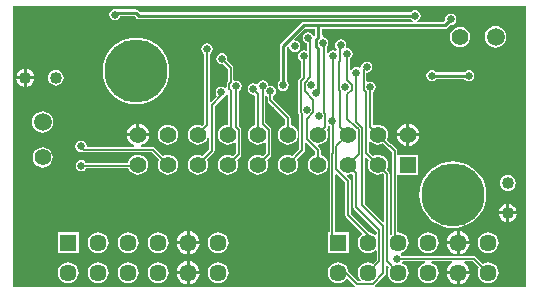
<source format=gbl>
%FSLAX25Y25*%
%MOIN*%
G70*
G01*
G75*
G04 Layer_Physical_Order=4*
G04 Layer_Color=16711680*
%ADD10R,0.03347X0.03150*%
%ADD11R,0.03150X0.03347*%
%ADD12R,0.03937X0.03150*%
%ADD13R,0.03937X0.05906*%
%ADD14R,0.03150X0.03937*%
%ADD15R,0.05906X0.03937*%
%ADD16R,0.04528X0.02362*%
G04:AMPARAMS|DCode=17|XSize=11.81mil|YSize=47.24mil|CornerRadius=2.95mil|HoleSize=0mil|Usage=FLASHONLY|Rotation=180.000|XOffset=0mil|YOffset=0mil|HoleType=Round|Shape=RoundedRectangle|*
%AMROUNDEDRECTD17*
21,1,0.01181,0.04134,0,0,180.0*
21,1,0.00591,0.04724,0,0,180.0*
1,1,0.00591,-0.00295,0.02067*
1,1,0.00591,0.00295,0.02067*
1,1,0.00591,0.00295,-0.02067*
1,1,0.00591,-0.00295,-0.02067*
%
%ADD17ROUNDEDRECTD17*%
G04:AMPARAMS|DCode=18|XSize=94.49mil|YSize=94.49mil|CornerRadius=23.62mil|HoleSize=0mil|Usage=FLASHONLY|Rotation=180.000|XOffset=0mil|YOffset=0mil|HoleType=Round|Shape=RoundedRectangle|*
%AMROUNDEDRECTD18*
21,1,0.09449,0.04724,0,0,180.0*
21,1,0.04724,0.09449,0,0,180.0*
1,1,0.04724,-0.02362,0.02362*
1,1,0.04724,0.02362,0.02362*
1,1,0.04724,0.02362,-0.02362*
1,1,0.04724,-0.02362,-0.02362*
%
%ADD18ROUNDEDRECTD18*%
%ADD19R,0.03543X0.04921*%
%ADD20C,0.00600*%
%ADD21C,0.01000*%
%ADD22C,0.01400*%
%ADD23C,0.05500*%
%ADD24R,0.05500X0.05500*%
%ADD25R,0.05700X0.05700*%
%ADD26C,0.05700*%
%ADD27C,0.05512*%
%ADD28C,0.05906*%
%ADD29C,0.21000*%
%ADD30C,0.04000*%
%ADD31C,0.02500*%
%ADD32C,0.02700*%
G36*
X104425Y-27354D02*
X104105Y-28126D01*
X103990Y-29000D01*
X104105Y-29875D01*
X104443Y-30689D01*
X104980Y-31389D01*
X105680Y-31926D01*
X106495Y-32264D01*
X107369Y-32379D01*
X108244Y-32264D01*
X109016Y-31944D01*
X109502Y-32430D01*
Y-47781D01*
X109040Y-47973D01*
X103137Y-42070D01*
Y-26719D01*
X103599Y-26527D01*
X104425Y-27354D01*
D02*
G37*
G36*
X99252Y-32296D02*
Y-43197D01*
X99252Y-43197D01*
X99252D01*
X99322Y-43548D01*
X99520Y-43846D01*
X107002Y-51327D01*
Y-52259D01*
X106553Y-52481D01*
X105909Y-51986D01*
X105070Y-51639D01*
X104535Y-51568D01*
X98387Y-45420D01*
Y-34615D01*
X98329Y-34323D01*
X98317Y-34264D01*
X98118Y-33967D01*
X96953Y-32802D01*
X97174Y-32353D01*
X97369Y-32379D01*
X98244Y-32264D01*
X98836Y-32019D01*
X99252Y-32296D01*
D02*
G37*
G36*
X156774Y-69774D02*
X106649D01*
X106458Y-69312D01*
X109868Y-65902D01*
X110067Y-65605D01*
X110137Y-65253D01*
X110137Y-65253D01*
X110137Y-65253D01*
Y-65253D01*
Y-62919D01*
X110599Y-62727D01*
X111149Y-63277D01*
X110808Y-64099D01*
X110689Y-65000D01*
X110808Y-65901D01*
X111156Y-66740D01*
X111709Y-67461D01*
X112429Y-68014D01*
X113269Y-68361D01*
X114169Y-68480D01*
X115070Y-68361D01*
X115909Y-68014D01*
X116630Y-67461D01*
X117183Y-66740D01*
X117531Y-65901D01*
X117649Y-65000D01*
X117531Y-64099D01*
X117183Y-63260D01*
X116630Y-62539D01*
X115909Y-61986D01*
X115481Y-61809D01*
X115424Y-61619D01*
X115722Y-61218D01*
X123004D01*
X123101Y-61708D01*
X122429Y-61986D01*
X121709Y-62539D01*
X121156Y-63260D01*
X120808Y-64099D01*
X120689Y-65000D01*
X120808Y-65901D01*
X121156Y-66740D01*
X121709Y-67461D01*
X122429Y-68014D01*
X123269Y-68361D01*
X124169Y-68480D01*
X125070Y-68361D01*
X125909Y-68014D01*
X126630Y-67461D01*
X127183Y-66740D01*
X127531Y-65901D01*
X127649Y-65000D01*
X127531Y-64099D01*
X127183Y-63260D01*
X126630Y-62539D01*
X125909Y-61986D01*
X125237Y-61708D01*
X125335Y-61218D01*
X131997D01*
X132157Y-61691D01*
X131423Y-62254D01*
X130806Y-63058D01*
X130418Y-63995D01*
X130352Y-64500D01*
X137987D01*
X137920Y-63995D01*
X137532Y-63058D01*
X136915Y-62254D01*
X136181Y-61691D01*
X136342Y-61218D01*
X139089D01*
X141149Y-63277D01*
X140808Y-64099D01*
X140690Y-65000D01*
X140808Y-65901D01*
X141156Y-66740D01*
X141709Y-67461D01*
X142429Y-68014D01*
X143269Y-68361D01*
X144169Y-68480D01*
X145070Y-68361D01*
X145909Y-68014D01*
X146630Y-67461D01*
X147183Y-66740D01*
X147530Y-65901D01*
X147649Y-65000D01*
X147530Y-64099D01*
X147183Y-63260D01*
X146630Y-62539D01*
X145909Y-61986D01*
X145070Y-61639D01*
X144169Y-61520D01*
X143269Y-61639D01*
X142446Y-61979D01*
X140118Y-59651D01*
X139821Y-59452D01*
X139469Y-59382D01*
X115412D01*
X115134Y-58966D01*
X114984Y-58866D01*
X115045Y-58370D01*
X115070Y-58361D01*
X115070D01*
X115070Y-58361D01*
X115909Y-58014D01*
X116630Y-57461D01*
X117183Y-56740D01*
X117531Y-55901D01*
X117649Y-55000D01*
X117531Y-54099D01*
X117183Y-53260D01*
X116630Y-52539D01*
X115909Y-51986D01*
X115070Y-51639D01*
X114169Y-51520D01*
X113887Y-51273D01*
Y-32350D01*
X113887D01*
X114019D01*
X114241Y-32350D01*
X114241Y-32350D01*
Y-32350D01*
X120719D01*
Y-25650D01*
X114241D01*
X114241Y-25650D01*
Y-25650D01*
X114019Y-25650D01*
X113887Y-25518D01*
Y-24300D01*
X113817Y-23949D01*
X113618Y-23651D01*
X112218Y-22251D01*
X111920Y-22052D01*
X111669Y-22002D01*
X110313Y-20646D01*
X110633Y-19874D01*
X110748Y-19000D01*
X110633Y-18125D01*
X110295Y-17311D01*
X109758Y-16611D01*
X109059Y-16074D01*
X108244Y-15736D01*
X107369Y-15621D01*
X106495Y-15736D01*
X106103Y-15899D01*
X105687Y-15621D01*
Y-4812D01*
X106103Y-4534D01*
X106512Y-3922D01*
X106656Y-3200D01*
X106512Y-2478D01*
X106103Y-1866D01*
X105491Y-1457D01*
X104769Y-1314D01*
X104048Y-1457D01*
X103978Y-1504D01*
X103537Y-1268D01*
Y1497D01*
X103654Y1593D01*
X104375Y1736D01*
X104987Y2145D01*
X105396Y2757D01*
X105540Y3479D01*
X105396Y4201D01*
X104987Y4813D01*
X104375Y5222D01*
X103654Y5365D01*
X102932Y5222D01*
X102320Y4813D01*
X101911Y4201D01*
X101767Y3479D01*
X101127Y3352D01*
X100991Y3443D01*
X100269Y3586D01*
X99547Y3443D01*
X98936Y3034D01*
X98565Y2480D01*
X98087Y2625D01*
Y6388D01*
X98503Y6666D01*
X98912Y7278D01*
X99055Y8000D01*
X98912Y8722D01*
X98503Y9334D01*
X97891Y9743D01*
X97169Y9886D01*
X97154Y9883D01*
X96866Y10075D01*
X96720Y10221D01*
X96855Y10900D01*
X96712Y11622D01*
X96303Y12234D01*
X95691Y12643D01*
X94969Y12786D01*
X94248Y12643D01*
X93635Y12234D01*
X93227Y11622D01*
X93083Y10900D01*
X93227Y10178D01*
X93635Y9566D01*
X93702Y9132D01*
X93261Y8896D01*
X93191Y8943D01*
X92469Y9086D01*
X91747Y8943D01*
X91136Y8534D01*
X90865Y8129D01*
X90387Y8275D01*
Y10392D01*
X90712Y10878D01*
X90855Y11600D01*
X90712Y12322D01*
X90303Y12934D01*
X89691Y13343D01*
X88969Y13486D01*
X88681Y14935D01*
Y16278D01*
X129669D01*
X129669Y16278D01*
X130098Y16364D01*
X130462Y16607D01*
X131419Y17564D01*
X131669Y17514D01*
X132391Y17657D01*
X133003Y18066D01*
X133412Y18678D01*
X133555Y19400D01*
X133412Y20122D01*
X133003Y20734D01*
X132391Y21143D01*
X131669Y21286D01*
X130947Y21143D01*
X130335Y20734D01*
X129927Y20122D01*
X129783Y19400D01*
X129833Y19150D01*
X129205Y18521D01*
X120700D01*
X120555Y19000D01*
X121103Y19366D01*
X121512Y19978D01*
X121655Y20700D01*
X121512Y21422D01*
X121103Y22034D01*
X120491Y22443D01*
X119769Y22586D01*
X119047Y22443D01*
X118436Y22034D01*
X118294Y21822D01*
X28134D01*
X27562Y22393D01*
X27198Y22636D01*
X26769Y22722D01*
X26769Y22722D01*
X20453D01*
X20422Y22743D01*
X19700Y22886D01*
X18978Y22743D01*
X18366Y22334D01*
X17957Y21722D01*
X17814Y21000D01*
X17957Y20278D01*
X18366Y19666D01*
X18978Y19257D01*
X19700Y19114D01*
X20422Y19257D01*
X21034Y19666D01*
X21443Y20278D01*
X21483Y20479D01*
X26305D01*
X26876Y19907D01*
X26876Y19907D01*
X27240Y19664D01*
X27240Y19664D01*
X27240Y19664D01*
D01*
X27240Y19664D01*
X27240Y19664D01*
X27669Y19579D01*
X118294D01*
X118436Y19366D01*
X118984Y19000D01*
X118838Y18521D01*
X87205D01*
X87205Y18522D01*
X87205Y18521D01*
X82669D01*
X82240Y18436D01*
X81876Y18193D01*
X81876Y18193D01*
X75076Y11393D01*
X74833Y11029D01*
X74748Y10600D01*
X74748Y10600D01*
Y-1124D01*
X74536Y-1266D01*
X74127Y-1878D01*
X73983Y-2600D01*
X74127Y-3322D01*
X74536Y-3934D01*
X75147Y-4343D01*
X75869Y-4486D01*
X76591Y-4343D01*
X77203Y-3934D01*
X77612Y-3322D01*
X77755Y-2600D01*
X77612Y-1878D01*
X77203Y-1266D01*
X76991Y-1124D01*
Y10135D01*
X77320Y10465D01*
X77799Y10320D01*
X77927Y9678D01*
X78335Y9066D01*
X78948Y8657D01*
X79669Y8514D01*
X80391Y8657D01*
X81003Y9066D01*
X81412Y9678D01*
X81555Y10400D01*
X81412Y11122D01*
X81003Y11734D01*
X80391Y12143D01*
X79749Y12270D01*
X79604Y12749D01*
X83134Y16278D01*
X86438D01*
Y14145D01*
X85960Y14000D01*
X85603Y14534D01*
X84991Y14943D01*
X84269Y15086D01*
X83548Y14943D01*
X82936Y14534D01*
X82527Y13922D01*
X82383Y13200D01*
X82527Y12478D01*
X82936Y11866D01*
X83548Y11457D01*
X83902Y11387D01*
Y9132D01*
X83461Y8896D01*
X83391Y8943D01*
X82669Y9086D01*
X81947Y8943D01*
X81336Y8534D01*
X80927Y7922D01*
X80783Y7200D01*
X80927Y6478D01*
X81336Y5866D01*
X81752Y5588D01*
Y173D01*
X80970Y-608D01*
X80771Y-906D01*
X80702Y-1257D01*
Y-11550D01*
X80702Y-11550D01*
X80702D01*
X80771Y-11902D01*
X80970Y-12199D01*
X81252Y-12481D01*
Y-23820D01*
X79016Y-26056D01*
X78244Y-25736D01*
X77369Y-25621D01*
X76495Y-25736D01*
X75680Y-26074D01*
X74980Y-26611D01*
X74443Y-27310D01*
X74106Y-28126D01*
X73990Y-29000D01*
X74106Y-29875D01*
X74443Y-30689D01*
X74980Y-31389D01*
X75680Y-31926D01*
X76495Y-32264D01*
X77369Y-32379D01*
X78244Y-32264D01*
X79059Y-31926D01*
X79759Y-31389D01*
X80295Y-30689D01*
X80633Y-29875D01*
X80748Y-29000D01*
X80633Y-28126D01*
X80313Y-27354D01*
X82818Y-24849D01*
X83017Y-24551D01*
X83087Y-24200D01*
X83087Y-24200D01*
X83087Y-24200D01*
Y-24200D01*
Y-21831D01*
X83549Y-21639D01*
X86452Y-24542D01*
Y-25754D01*
X85680Y-26074D01*
X84980Y-26611D01*
X84443Y-27310D01*
X84105Y-28126D01*
X83990Y-29000D01*
X84105Y-29875D01*
X84443Y-30689D01*
X84980Y-31389D01*
X85680Y-31926D01*
X86495Y-32264D01*
X87369Y-32379D01*
X88244Y-32264D01*
X89059Y-31926D01*
X89758Y-31389D01*
X90295Y-30689D01*
X90633Y-29875D01*
X90748Y-29000D01*
X90633Y-28126D01*
X90295Y-27310D01*
X89758Y-26611D01*
X89059Y-26074D01*
X88287Y-25754D01*
Y-24162D01*
X88217Y-23811D01*
X88018Y-23513D01*
X87340Y-22835D01*
X87501Y-22362D01*
X88244Y-22264D01*
X89059Y-21926D01*
X89758Y-21389D01*
X90295Y-20689D01*
X90633Y-19874D01*
X90748Y-19000D01*
X90633Y-18125D01*
X90313Y-17354D01*
X90468Y-17199D01*
X90667Y-16901D01*
X90679Y-16843D01*
X90737Y-16550D01*
Y-16131D01*
X90983Y-16000D01*
X91412Y-16257D01*
Y-24781D01*
X91352Y-25082D01*
Y-51550D01*
X90719D01*
Y-58450D01*
X97619D01*
Y-51550D01*
X93187D01*
Y-32284D01*
X93649Y-32093D01*
X96552Y-34995D01*
Y-45800D01*
X96622Y-46151D01*
X96820Y-46449D01*
X102121Y-51749D01*
X102088Y-52248D01*
X101709Y-52539D01*
X101156Y-53260D01*
X100808Y-54099D01*
X100689Y-55000D01*
X100808Y-55901D01*
X101156Y-56740D01*
X101709Y-57461D01*
X102429Y-58014D01*
X103269Y-58361D01*
X104169Y-58480D01*
X105070Y-58361D01*
X105909Y-58014D01*
X106553Y-57519D01*
X107002Y-57740D01*
Y-60870D01*
X105892Y-61979D01*
X105070Y-61639D01*
X104169Y-61520D01*
X103269Y-61639D01*
X102429Y-61986D01*
X101709Y-62539D01*
X101156Y-63260D01*
X100808Y-64099D01*
X100689Y-65000D01*
X100808Y-65901D01*
X101156Y-66740D01*
X101650Y-67384D01*
X101429Y-67832D01*
X100799D01*
X97601Y-64634D01*
X97531Y-64099D01*
X97183Y-63260D01*
X96630Y-62539D01*
X95909Y-61986D01*
X95070Y-61639D01*
X94169Y-61520D01*
X93269Y-61639D01*
X92429Y-61986D01*
X91709Y-62539D01*
X91156Y-63260D01*
X90808Y-64099D01*
X90689Y-65000D01*
X90808Y-65901D01*
X91156Y-66740D01*
X91709Y-67461D01*
X92429Y-68014D01*
X93269Y-68361D01*
X94169Y-68480D01*
X95070Y-68361D01*
X95909Y-68014D01*
X96630Y-67461D01*
X96921Y-67081D01*
X97420Y-67048D01*
X99684Y-69312D01*
X99492Y-69774D01*
X-14274D01*
Y23774D01*
X156774D01*
Y-69774D01*
D02*
G37*
G36*
X104980Y-21389D02*
X105680Y-21926D01*
X106495Y-22264D01*
X107369Y-22379D01*
X108244Y-22264D01*
X109016Y-21944D01*
X110620Y-23549D01*
X110918Y-23748D01*
X110976Y-23759D01*
X111169Y-23798D01*
X112052Y-24680D01*
Y-52139D01*
X111627Y-52403D01*
X111337Y-52259D01*
Y-32050D01*
X111267Y-31699D01*
X111068Y-31401D01*
X110313Y-30646D01*
X110633Y-29875D01*
X110748Y-29000D01*
X110633Y-28126D01*
X110295Y-27310D01*
X109758Y-26611D01*
X109059Y-26074D01*
X108244Y-25736D01*
X107369Y-25621D01*
X106495Y-25736D01*
X105723Y-26056D01*
X104337Y-24670D01*
Y-21329D01*
X104810Y-21168D01*
X104980Y-21389D01*
D02*
G37*
%LPC*%
G36*
X54169Y-51520D02*
X53269Y-51639D01*
X52429Y-51986D01*
X51709Y-52539D01*
X51156Y-53260D01*
X50808Y-54099D01*
X50690Y-55000D01*
X50808Y-55901D01*
X51156Y-56740D01*
X51709Y-57461D01*
X52429Y-58014D01*
X53269Y-58361D01*
X54169Y-58480D01*
X55070Y-58361D01*
X55909Y-58014D01*
X56630Y-57461D01*
X57183Y-56740D01*
X57530Y-55901D01*
X57649Y-55000D01*
X57530Y-54099D01*
X57183Y-53260D01*
X56630Y-52539D01*
X55909Y-51986D01*
X55070Y-51639D01*
X54169Y-51520D01*
D02*
G37*
G36*
X124169D02*
X123269Y-51639D01*
X122429Y-51986D01*
X121709Y-52539D01*
X121156Y-53260D01*
X120808Y-54099D01*
X120689Y-55000D01*
X120808Y-55901D01*
X121156Y-56740D01*
X121709Y-57461D01*
X122429Y-58014D01*
X123269Y-58361D01*
X124169Y-58480D01*
X125070Y-58361D01*
X125909Y-58014D01*
X126630Y-57461D01*
X127183Y-56740D01*
X127531Y-55901D01*
X127649Y-55000D01*
X127531Y-54099D01*
X127183Y-53260D01*
X126630Y-52539D01*
X125909Y-51986D01*
X125070Y-51639D01*
X124169Y-51520D01*
D02*
G37*
G36*
X14169D02*
X13269Y-51639D01*
X12429Y-51986D01*
X11709Y-52539D01*
X11156Y-53260D01*
X10808Y-54099D01*
X10689Y-55000D01*
X10808Y-55901D01*
X11156Y-56740D01*
X11709Y-57461D01*
X12429Y-58014D01*
X13269Y-58361D01*
X14169Y-58480D01*
X15070Y-58361D01*
X15909Y-58014D01*
X16630Y-57461D01*
X17183Y-56740D01*
X17530Y-55901D01*
X17649Y-55000D01*
X17530Y-54099D01*
X17183Y-53260D01*
X16630Y-52539D01*
X15909Y-51986D01*
X15070Y-51639D01*
X14169Y-51520D01*
D02*
G37*
G36*
X24169D02*
X23269Y-51639D01*
X22429Y-51986D01*
X21709Y-52539D01*
X21156Y-53260D01*
X20808Y-54099D01*
X20689Y-55000D01*
X20808Y-55901D01*
X21156Y-56740D01*
X21709Y-57461D01*
X22429Y-58014D01*
X23269Y-58361D01*
X24169Y-58480D01*
X25070Y-58361D01*
X25909Y-58014D01*
X26630Y-57461D01*
X27183Y-56740D01*
X27531Y-55901D01*
X27649Y-55000D01*
X27531Y-54099D01*
X27183Y-53260D01*
X26630Y-52539D01*
X25909Y-51986D01*
X25070Y-51639D01*
X24169Y-51520D01*
D02*
G37*
G36*
X34169D02*
X33269Y-51639D01*
X32429Y-51986D01*
X31709Y-52539D01*
X31156Y-53260D01*
X30808Y-54099D01*
X30689Y-55000D01*
X30808Y-55901D01*
X31156Y-56740D01*
X31709Y-57461D01*
X32429Y-58014D01*
X33269Y-58361D01*
X34169Y-58480D01*
X35070Y-58361D01*
X35909Y-58014D01*
X36630Y-57461D01*
X37183Y-56740D01*
X37530Y-55901D01*
X37649Y-55000D01*
X37530Y-54099D01*
X37183Y-53260D01*
X36630Y-52539D01*
X35909Y-51986D01*
X35070Y-51639D01*
X34169Y-51520D01*
D02*
G37*
G36*
X144169D02*
X143269Y-51639D01*
X142429Y-51986D01*
X141709Y-52539D01*
X141156Y-53260D01*
X140808Y-54099D01*
X140690Y-55000D01*
X140808Y-55901D01*
X141156Y-56740D01*
X141709Y-57461D01*
X142429Y-58014D01*
X143269Y-58361D01*
X144169Y-58480D01*
X145070Y-58361D01*
X145909Y-58014D01*
X146630Y-57461D01*
X147183Y-56740D01*
X147530Y-55901D01*
X147649Y-55000D01*
X147530Y-54099D01*
X147183Y-53260D01*
X146630Y-52539D01*
X145909Y-51986D01*
X145070Y-51639D01*
X144169Y-51520D01*
D02*
G37*
G36*
X133669Y-51183D02*
X133164Y-51249D01*
X132228Y-51637D01*
X131423Y-52254D01*
X130806Y-53058D01*
X130418Y-53995D01*
X130352Y-54500D01*
X133669D01*
Y-51183D01*
D02*
G37*
G36*
X134669D02*
Y-54500D01*
X137987D01*
X137920Y-53995D01*
X137532Y-53058D01*
X136915Y-52254D01*
X136111Y-51637D01*
X135174Y-51249D01*
X134669Y-51183D01*
D02*
G37*
G36*
X44669D02*
Y-54500D01*
X47987D01*
X47920Y-53995D01*
X47532Y-53058D01*
X46915Y-52254D01*
X46111Y-51637D01*
X45174Y-51249D01*
X44669Y-51183D01*
D02*
G37*
G36*
X7619Y-51550D02*
X719D01*
Y-58450D01*
X7619D01*
Y-51550D01*
D02*
G37*
G36*
X43669Y-51183D02*
X43164Y-51249D01*
X42228Y-51637D01*
X41423Y-52254D01*
X40806Y-53058D01*
X40418Y-53995D01*
X40352Y-54500D01*
X43669D01*
Y-51183D01*
D02*
G37*
G36*
X137987Y-55500D02*
X134669D01*
Y-58817D01*
X135174Y-58751D01*
X136111Y-58363D01*
X136915Y-57746D01*
X137532Y-56942D01*
X137920Y-56005D01*
X137987Y-55500D01*
D02*
G37*
G36*
X4169Y-61520D02*
X3269Y-61639D01*
X2429Y-61986D01*
X1709Y-62539D01*
X1156Y-63260D01*
X808Y-64099D01*
X690Y-65000D01*
X808Y-65901D01*
X1156Y-66740D01*
X1709Y-67461D01*
X2429Y-68014D01*
X3269Y-68361D01*
X4169Y-68480D01*
X5070Y-68361D01*
X5909Y-68014D01*
X6630Y-67461D01*
X7183Y-66740D01*
X7530Y-65901D01*
X7649Y-65000D01*
X7530Y-64099D01*
X7183Y-63260D01*
X6630Y-62539D01*
X5909Y-61986D01*
X5070Y-61639D01*
X4169Y-61520D01*
D02*
G37*
G36*
X14169D02*
X13269Y-61639D01*
X12429Y-61986D01*
X11709Y-62539D01*
X11156Y-63260D01*
X10808Y-64099D01*
X10689Y-65000D01*
X10808Y-65901D01*
X11156Y-66740D01*
X11709Y-67461D01*
X12429Y-68014D01*
X13269Y-68361D01*
X14169Y-68480D01*
X15070Y-68361D01*
X15909Y-68014D01*
X16630Y-67461D01*
X17183Y-66740D01*
X17530Y-65901D01*
X17649Y-65000D01*
X17530Y-64099D01*
X17183Y-63260D01*
X16630Y-62539D01*
X15909Y-61986D01*
X15070Y-61639D01*
X14169Y-61520D01*
D02*
G37*
G36*
X24169D02*
X23269Y-61639D01*
X22429Y-61986D01*
X21709Y-62539D01*
X21156Y-63260D01*
X20808Y-64099D01*
X20689Y-65000D01*
X20808Y-65901D01*
X21156Y-66740D01*
X21709Y-67461D01*
X22429Y-68014D01*
X23269Y-68361D01*
X24169Y-68480D01*
X25070Y-68361D01*
X25909Y-68014D01*
X26630Y-67461D01*
X27183Y-66740D01*
X27531Y-65901D01*
X27649Y-65000D01*
X27531Y-64099D01*
X27183Y-63260D01*
X26630Y-62539D01*
X25909Y-61986D01*
X25070Y-61639D01*
X24169Y-61520D01*
D02*
G37*
G36*
X137987Y-65500D02*
X134669D01*
Y-68817D01*
X135174Y-68751D01*
X136111Y-68363D01*
X136915Y-67746D01*
X137532Y-66942D01*
X137920Y-66005D01*
X137987Y-65500D01*
D02*
G37*
G36*
X43669D02*
X40352D01*
X40418Y-66005D01*
X40806Y-66942D01*
X41423Y-67746D01*
X42228Y-68363D01*
X43164Y-68751D01*
X43669Y-68817D01*
Y-65500D01*
D02*
G37*
G36*
X47987D02*
X44669D01*
Y-68817D01*
X45174Y-68751D01*
X46111Y-68363D01*
X46915Y-67746D01*
X47532Y-66942D01*
X47920Y-66005D01*
X47987Y-65500D01*
D02*
G37*
G36*
X133669D02*
X130352D01*
X130418Y-66005D01*
X130806Y-66942D01*
X131423Y-67746D01*
X132228Y-68363D01*
X133164Y-68751D01*
X133669Y-68817D01*
Y-65500D01*
D02*
G37*
G36*
X43669Y-55500D02*
X40352D01*
X40418Y-56005D01*
X40806Y-56942D01*
X41423Y-57746D01*
X42228Y-58363D01*
X43164Y-58751D01*
X43669Y-58817D01*
Y-55500D01*
D02*
G37*
G36*
X47987D02*
X44669D01*
Y-58817D01*
X45174Y-58751D01*
X46111Y-58363D01*
X46915Y-57746D01*
X47532Y-56942D01*
X47920Y-56005D01*
X47987Y-55500D01*
D02*
G37*
G36*
X133669D02*
X130352D01*
X130418Y-56005D01*
X130806Y-56942D01*
X131423Y-57746D01*
X132228Y-58363D01*
X133164Y-58751D01*
X133669Y-58817D01*
Y-55500D01*
D02*
G37*
G36*
X44669Y-61183D02*
Y-64500D01*
X47987D01*
X47920Y-63995D01*
X47532Y-63058D01*
X46915Y-62254D01*
X46111Y-61637D01*
X45174Y-61249D01*
X44669Y-61183D01*
D02*
G37*
G36*
X34169Y-61520D02*
X33269Y-61639D01*
X32429Y-61986D01*
X31709Y-62539D01*
X31156Y-63260D01*
X30808Y-64099D01*
X30689Y-65000D01*
X30808Y-65901D01*
X31156Y-66740D01*
X31709Y-67461D01*
X32429Y-68014D01*
X33269Y-68361D01*
X34169Y-68480D01*
X35070Y-68361D01*
X35909Y-68014D01*
X36630Y-67461D01*
X37183Y-66740D01*
X37530Y-65901D01*
X37649Y-65000D01*
X37530Y-64099D01*
X37183Y-63260D01*
X36630Y-62539D01*
X35909Y-61986D01*
X35070Y-61639D01*
X34169Y-61520D01*
D02*
G37*
G36*
X54169D02*
X53269Y-61639D01*
X52429Y-61986D01*
X51709Y-62539D01*
X51156Y-63260D01*
X50808Y-64099D01*
X50690Y-65000D01*
X50808Y-65901D01*
X51156Y-66740D01*
X51709Y-67461D01*
X52429Y-68014D01*
X53269Y-68361D01*
X54169Y-68480D01*
X55070Y-68361D01*
X55909Y-68014D01*
X56630Y-67461D01*
X57183Y-66740D01*
X57530Y-65901D01*
X57649Y-65000D01*
X57530Y-64099D01*
X57183Y-63260D01*
X56630Y-62539D01*
X55909Y-61986D01*
X55070Y-61639D01*
X54169Y-61520D01*
D02*
G37*
G36*
X43669Y-61183D02*
X43164Y-61249D01*
X42228Y-61637D01*
X41423Y-62254D01*
X40806Y-63058D01*
X40418Y-63995D01*
X40352Y-64500D01*
X43669D01*
Y-61183D01*
D02*
G37*
G36*
X132369Y-27866D02*
X130628Y-28003D01*
X128929Y-28411D01*
X127314Y-29079D01*
X125825Y-29992D01*
X124496Y-31127D01*
X123361Y-32455D01*
X122449Y-33945D01*
X121780Y-35559D01*
X121372Y-37258D01*
X121235Y-39000D01*
X121372Y-40742D01*
X121780Y-42441D01*
X122449Y-44055D01*
X123361Y-45545D01*
X124496Y-46873D01*
X125825Y-48008D01*
X127314Y-48921D01*
X128929Y-49589D01*
X130628Y-49997D01*
X132369Y-50134D01*
X134111Y-49997D01*
X135810Y-49589D01*
X137424Y-48921D01*
X138914Y-48008D01*
X140242Y-46873D01*
X141377Y-45545D01*
X142290Y-44055D01*
X142959Y-42441D01*
X143367Y-40742D01*
X143504Y-39000D01*
X143367Y-37258D01*
X142959Y-35559D01*
X142290Y-33945D01*
X141377Y-32455D01*
X140242Y-31127D01*
X138914Y-29992D01*
X137424Y-29079D01*
X135810Y-28411D01*
X134111Y-28003D01*
X132369Y-27866D01*
D02*
G37*
G36*
X26769Y13384D02*
X25027Y13247D01*
X23329Y12839D01*
X21714Y12171D01*
X20225Y11258D01*
X18896Y10123D01*
X17761Y8795D01*
X16849Y7305D01*
X16180Y5691D01*
X15772Y3992D01*
X15635Y2250D01*
X15772Y508D01*
X16180Y-1191D01*
X16849Y-2805D01*
X17761Y-4295D01*
X18896Y-5623D01*
X20225Y-6758D01*
X21714Y-7671D01*
X23329Y-8339D01*
X25027Y-8747D01*
X26769Y-8884D01*
X28511Y-8747D01*
X30210Y-8339D01*
X31824Y-7671D01*
X33314Y-6758D01*
X34642Y-5623D01*
X35777Y-4295D01*
X36690Y-2805D01*
X37359Y-1191D01*
X37767Y508D01*
X37904Y2250D01*
X37767Y3992D01*
X37359Y5691D01*
X36690Y7305D01*
X35777Y8795D01*
X34642Y10123D01*
X33314Y11258D01*
X31824Y12171D01*
X30210Y12839D01*
X28511Y13247D01*
X26769Y13384D01*
D02*
G37*
G36*
X-10625Y-500D02*
X-13085D01*
X-13048Y-783D01*
X-12746Y-1513D01*
X-12265Y-2140D01*
X-11638Y-2620D01*
X-10908Y-2923D01*
X-10625Y-2960D01*
Y-500D01*
D02*
G37*
G36*
X-7165D02*
X-9625D01*
Y-2960D01*
X-9342Y-2923D01*
X-8612Y-2620D01*
X-7986Y-2140D01*
X-7505Y-1513D01*
X-7203Y-783D01*
X-7165Y-500D01*
D02*
G37*
G36*
X116869Y-15283D02*
X116390Y-15347D01*
X115478Y-15724D01*
X114695Y-16326D01*
X114094Y-17109D01*
X113716Y-18021D01*
X113653Y-18500D01*
X116869D01*
Y-15283D01*
D02*
G37*
G36*
X117869D02*
Y-18500D01*
X121086D01*
X121023Y-18021D01*
X120645Y-17109D01*
X120044Y-16326D01*
X119261Y-15724D01*
X118348Y-15347D01*
X117869Y-15283D01*
D02*
G37*
G36*
X-4331Y-11211D02*
X-5258Y-11333D01*
X-6122Y-11691D01*
X-6865Y-12261D01*
X-7434Y-13003D01*
X-7792Y-13867D01*
X-7914Y-14795D01*
X-7792Y-15722D01*
X-7434Y-16586D01*
X-6865Y-17328D01*
X-6122Y-17898D01*
X-5258Y-18256D01*
X-4331Y-18378D01*
X-3403Y-18256D01*
X-2539Y-17898D01*
X-1797Y-17328D01*
X-1227Y-16586D01*
X-869Y-15722D01*
X-747Y-14795D01*
X-869Y-13867D01*
X-1227Y-13003D01*
X-1797Y-12261D01*
X-2539Y-11691D01*
X-3403Y-11333D01*
X-4331Y-11211D01*
D02*
G37*
G36*
X0Y2622D02*
X-679Y2533D01*
X-1311Y2271D01*
X-1854Y1854D01*
X-2271Y1311D01*
X-2533Y679D01*
X-2622Y0D01*
X-2533Y-679D01*
X-2271Y-1311D01*
X-1854Y-1854D01*
X-1311Y-2271D01*
X-679Y-2533D01*
X0Y-2622D01*
X679Y-2533D01*
X1311Y-2271D01*
X1854Y-1854D01*
X2271Y-1311D01*
X2533Y-679D01*
X2622Y0D01*
X2533Y679D01*
X2271Y1311D01*
X1854Y1854D01*
X1311Y2271D01*
X679Y2533D01*
X0Y2622D01*
D02*
G37*
G36*
X137669Y2586D02*
X136948Y2443D01*
X136336Y2034D01*
X136194Y1822D01*
X126945D01*
X126803Y2034D01*
X126191Y2443D01*
X125469Y2586D01*
X124748Y2443D01*
X124135Y2034D01*
X123727Y1422D01*
X123583Y700D01*
X123727Y-22D01*
X124135Y-634D01*
X124748Y-1043D01*
X125469Y-1186D01*
X126191Y-1043D01*
X126803Y-634D01*
X126945Y-422D01*
X136194D01*
X136336Y-634D01*
X136948Y-1043D01*
X137669Y-1186D01*
X138391Y-1043D01*
X139003Y-634D01*
X139412Y-22D01*
X139556Y700D01*
X139412Y1422D01*
X139003Y2034D01*
X138391Y2443D01*
X137669Y2586D01*
D02*
G37*
G36*
X146675Y17183D02*
X145747Y17061D01*
X144883Y16703D01*
X144141Y16134D01*
X143571Y15392D01*
X143213Y14527D01*
X143091Y13600D01*
X143213Y12673D01*
X143571Y11808D01*
X144141Y11066D01*
X144883Y10497D01*
X145747Y10139D01*
X146675Y10017D01*
X147602Y10139D01*
X148467Y10497D01*
X149209Y11066D01*
X149778Y11808D01*
X150136Y12673D01*
X150258Y13600D01*
X150136Y14527D01*
X149778Y15392D01*
X149209Y16134D01*
X148467Y16703D01*
X147602Y17061D01*
X146675Y17183D01*
D02*
G37*
G36*
X134864Y16985D02*
X133988Y16870D01*
X133171Y16531D01*
X132470Y15993D01*
X131932Y15292D01*
X131594Y14476D01*
X131479Y13600D01*
X131594Y12724D01*
X131932Y11908D01*
X132470Y11207D01*
X133171Y10669D01*
X133988Y10330D01*
X134864Y10215D01*
X135740Y10330D01*
X136556Y10669D01*
X137257Y11207D01*
X137795Y11908D01*
X138133Y12724D01*
X138249Y13600D01*
X138133Y14476D01*
X137795Y15292D01*
X137257Y15993D01*
X136556Y16531D01*
X135740Y16870D01*
X134864Y16985D01*
D02*
G37*
G36*
X68969Y-914D02*
X68247Y-1057D01*
X67636Y-1466D01*
X67227Y-2078D01*
X66827Y-2244D01*
X66591Y-2086D01*
X65869Y-1942D01*
X65148Y-2086D01*
X64535Y-2495D01*
X64127Y-3106D01*
X63983Y-3828D01*
X64127Y-4550D01*
X64535Y-5162D01*
X65148Y-5571D01*
X65869Y-5714D01*
X66065Y-5675D01*
X66452Y-5993D01*
Y-15754D01*
X65680Y-16074D01*
X64980Y-16611D01*
X64443Y-17311D01*
X64105Y-18125D01*
X63990Y-19000D01*
X64105Y-19874D01*
X64443Y-20689D01*
X64980Y-21389D01*
X65680Y-21926D01*
X66495Y-22264D01*
X67369Y-22379D01*
X68244Y-22264D01*
X69059Y-21926D01*
X69653Y-21470D01*
X70102Y-21691D01*
Y-24970D01*
X69016Y-26056D01*
X68244Y-25736D01*
X67369Y-25621D01*
X66495Y-25736D01*
X65680Y-26074D01*
X64980Y-26611D01*
X64443Y-27310D01*
X64105Y-28126D01*
X63990Y-29000D01*
X64105Y-29875D01*
X64443Y-30689D01*
X64980Y-31389D01*
X65680Y-31926D01*
X66495Y-32264D01*
X67369Y-32379D01*
X68244Y-32264D01*
X69059Y-31926D01*
X69758Y-31389D01*
X70296Y-30689D01*
X70633Y-29875D01*
X70748Y-29000D01*
X70633Y-28126D01*
X70313Y-27354D01*
X71668Y-25999D01*
X71867Y-25701D01*
X71937Y-25350D01*
X71937Y-25350D01*
X71937Y-25350D01*
Y-25350D01*
Y-17488D01*
X71867Y-17137D01*
X71668Y-16839D01*
X69887Y-15058D01*
Y-6254D01*
X70200Y-6087D01*
X70628Y-6344D01*
Y-7577D01*
X70628Y-7577D01*
X70628D01*
X70698Y-7928D01*
X70897Y-8226D01*
X76452Y-13780D01*
Y-15754D01*
X75680Y-16074D01*
X74980Y-16611D01*
X74443Y-17311D01*
X74106Y-18125D01*
X73990Y-19000D01*
X74106Y-19874D01*
X74443Y-20689D01*
X74980Y-21389D01*
X75680Y-21926D01*
X76495Y-22264D01*
X77369Y-22379D01*
X78244Y-22264D01*
X79059Y-21926D01*
X79759Y-21389D01*
X80295Y-20689D01*
X80633Y-19874D01*
X80748Y-19000D01*
X80633Y-18125D01*
X80295Y-17311D01*
X79759Y-16611D01*
X79059Y-16074D01*
X78287Y-15754D01*
Y-13400D01*
X78217Y-13049D01*
X78018Y-12751D01*
X72464Y-7197D01*
Y-6219D01*
X72880Y-5941D01*
X73289Y-5329D01*
X73432Y-4607D01*
X73289Y-3885D01*
X72880Y-3274D01*
X72268Y-2865D01*
X71546Y-2721D01*
X70904Y-2849D01*
X70855Y-2800D01*
X70712Y-2078D01*
X70303Y-1466D01*
X69691Y-1057D01*
X68969Y-914D01*
D02*
G37*
G36*
X-10625Y2960D02*
X-10908Y2923D01*
X-11638Y2620D01*
X-12265Y2140D01*
X-12746Y1513D01*
X-13048Y783D01*
X-13085Y500D01*
X-10625D01*
Y2960D01*
D02*
G37*
G36*
X-9625D02*
Y500D01*
X-7165D01*
X-7203Y783D01*
X-7505Y1513D01*
X-7986Y2140D01*
X-8612Y2620D01*
X-9342Y2923D01*
X-9625Y2960D01*
D02*
G37*
G36*
X27869Y-15283D02*
Y-18500D01*
X31086D01*
X31023Y-18021D01*
X30645Y-17109D01*
X30044Y-16326D01*
X29261Y-15724D01*
X28348Y-15347D01*
X27869Y-15283D01*
D02*
G37*
G36*
X151182Y-42140D02*
Y-44600D01*
X153642D01*
X153605Y-44317D01*
X153302Y-43587D01*
X152822Y-42960D01*
X152195Y-42480D01*
X151465Y-42177D01*
X151182Y-42140D01*
D02*
G37*
G36*
X150682Y-32478D02*
X150003Y-32567D01*
X149371Y-32829D01*
X148828Y-33246D01*
X148411Y-33789D01*
X148149Y-34421D01*
X148059Y-35100D01*
X148149Y-35779D01*
X148411Y-36411D01*
X148828Y-36954D01*
X149371Y-37371D01*
X150003Y-37633D01*
X150682Y-37722D01*
X151361Y-37633D01*
X151993Y-37371D01*
X152536Y-36954D01*
X152953Y-36411D01*
X153215Y-35779D01*
X153304Y-35100D01*
X153215Y-34421D01*
X152953Y-33789D01*
X152536Y-33246D01*
X151993Y-32829D01*
X151361Y-32567D01*
X150682Y-32478D01*
D02*
G37*
G36*
X-4331Y-23221D02*
X-5207Y-23336D01*
X-6023Y-23674D01*
X-6724Y-24212D01*
X-7262Y-24913D01*
X-7600Y-25729D01*
X-7716Y-26605D01*
X-7600Y-27482D01*
X-7262Y-28298D01*
X-6724Y-28999D01*
X-6023Y-29537D01*
X-5207Y-29875D01*
X-4331Y-29990D01*
X-3455Y-29875D01*
X-2638Y-29537D01*
X-1937Y-28999D01*
X-1399Y-28298D01*
X-1061Y-27482D01*
X-946Y-26605D01*
X-1061Y-25729D01*
X-1399Y-24913D01*
X-1937Y-24212D01*
X-2638Y-23674D01*
X-3455Y-23336D01*
X-4331Y-23221D01*
D02*
G37*
G36*
X150182Y-45600D02*
X147722D01*
X147759Y-45883D01*
X148061Y-46613D01*
X148542Y-47240D01*
X149169Y-47721D01*
X149899Y-48023D01*
X150182Y-48060D01*
Y-45600D01*
D02*
G37*
G36*
X153642D02*
X151182D01*
Y-48060D01*
X151465Y-48023D01*
X152195Y-47721D01*
X152822Y-47240D01*
X153302Y-46613D01*
X153605Y-45883D01*
X153642Y-45600D01*
D02*
G37*
G36*
X150182Y-42140D02*
X149899Y-42177D01*
X149169Y-42480D01*
X148542Y-42960D01*
X148061Y-43587D01*
X147759Y-44317D01*
X147722Y-44600D01*
X150182D01*
Y-42140D01*
D02*
G37*
G36*
X27369Y-25621D02*
X26495Y-25736D01*
X25680Y-26074D01*
X24980Y-26611D01*
X24443Y-27310D01*
X24105Y-28126D01*
X24072Y-28382D01*
X10181D01*
X9903Y-27966D01*
X9291Y-27557D01*
X8569Y-27414D01*
X7847Y-27557D01*
X7236Y-27966D01*
X6827Y-28578D01*
X6683Y-29300D01*
X6827Y-30022D01*
X7236Y-30634D01*
X7847Y-31043D01*
X8569Y-31186D01*
X9291Y-31043D01*
X9903Y-30634D01*
X10181Y-30218D01*
X24248D01*
X24443Y-30689D01*
X24980Y-31389D01*
X25680Y-31926D01*
X26495Y-32264D01*
X27369Y-32379D01*
X28244Y-32264D01*
X29059Y-31926D01*
X29759Y-31389D01*
X30296Y-30689D01*
X30633Y-29875D01*
X30748Y-29000D01*
X30633Y-28126D01*
X30296Y-27310D01*
X29759Y-26611D01*
X29059Y-26074D01*
X28244Y-25736D01*
X27369Y-25621D01*
D02*
G37*
G36*
X121086Y-19500D02*
X117869D01*
Y-22716D01*
X118348Y-22654D01*
X119261Y-22276D01*
X120044Y-21675D01*
X120645Y-20891D01*
X121023Y-19979D01*
X121086Y-19500D01*
D02*
G37*
G36*
X37369Y-15621D02*
X36495Y-15736D01*
X35680Y-16074D01*
X34980Y-16611D01*
X34443Y-17311D01*
X34106Y-18125D01*
X33990Y-19000D01*
X34106Y-19874D01*
X34443Y-20689D01*
X34980Y-21389D01*
X35680Y-21926D01*
X36495Y-22264D01*
X37369Y-22379D01*
X38244Y-22264D01*
X39059Y-21926D01*
X39759Y-21389D01*
X40295Y-20689D01*
X40633Y-19874D01*
X40748Y-19000D01*
X40633Y-18125D01*
X40295Y-17311D01*
X39759Y-16611D01*
X39059Y-16074D01*
X38244Y-15736D01*
X37369Y-15621D01*
D02*
G37*
G36*
X26869Y-15283D02*
X26390Y-15347D01*
X25478Y-15724D01*
X24695Y-16326D01*
X24094Y-17109D01*
X23716Y-18021D01*
X23653Y-18500D01*
X26869D01*
Y-15283D01*
D02*
G37*
G36*
X50469Y11486D02*
X49747Y11343D01*
X49136Y10934D01*
X48727Y10322D01*
X48583Y9600D01*
X48727Y8878D01*
X49136Y8266D01*
X49552Y7988D01*
Y-15520D01*
X49016Y-16056D01*
X48244Y-15736D01*
X47369Y-15621D01*
X46495Y-15736D01*
X45680Y-16074D01*
X44980Y-16611D01*
X44443Y-17311D01*
X44105Y-18125D01*
X43990Y-19000D01*
X44105Y-19874D01*
X44443Y-20689D01*
X44980Y-21389D01*
X45680Y-21926D01*
X46495Y-22264D01*
X47369Y-22379D01*
X48244Y-22264D01*
X49059Y-21926D01*
X49758Y-21389D01*
X50296Y-20689D01*
X50633Y-19874D01*
X50654Y-19716D01*
X51153Y-19749D01*
Y-23919D01*
X49016Y-26056D01*
X48244Y-25736D01*
X47369Y-25621D01*
X46495Y-25736D01*
X45680Y-26074D01*
X44980Y-26611D01*
X44443Y-27310D01*
X44105Y-28126D01*
X43990Y-29000D01*
X44105Y-29875D01*
X44443Y-30689D01*
X44980Y-31389D01*
X45680Y-31926D01*
X46495Y-32264D01*
X47369Y-32379D01*
X48244Y-32264D01*
X49059Y-31926D01*
X49758Y-31389D01*
X50296Y-30689D01*
X50633Y-29875D01*
X50748Y-29000D01*
X50633Y-28126D01*
X50313Y-27354D01*
X52719Y-24948D01*
X52918Y-24650D01*
X52930Y-24592D01*
X52988Y-24299D01*
Y-9438D01*
X55742Y-6685D01*
X55953Y-6643D01*
X56564Y-6234D01*
X56923Y-5697D01*
X57402Y-5842D01*
Y-15593D01*
X57369Y-15621D01*
X56495Y-15736D01*
X55680Y-16074D01*
X54980Y-16611D01*
X54443Y-17311D01*
X54106Y-18125D01*
X53990Y-19000D01*
X54106Y-19874D01*
X54443Y-20689D01*
X54980Y-21389D01*
X55680Y-21926D01*
X56495Y-22264D01*
X57369Y-22379D01*
X58244Y-22264D01*
X59059Y-21926D01*
X59653Y-21470D01*
X60102Y-21691D01*
Y-24970D01*
X59016Y-26056D01*
X58244Y-25736D01*
X57369Y-25621D01*
X56495Y-25736D01*
X55680Y-26074D01*
X54980Y-26611D01*
X54443Y-27310D01*
X54106Y-28126D01*
X53990Y-29000D01*
X54106Y-29875D01*
X54443Y-30689D01*
X54980Y-31389D01*
X55680Y-31926D01*
X56495Y-32264D01*
X57369Y-32379D01*
X58244Y-32264D01*
X59059Y-31926D01*
X59759Y-31389D01*
X60295Y-30689D01*
X60633Y-29875D01*
X60748Y-29000D01*
X60633Y-28126D01*
X60313Y-27354D01*
X61668Y-25999D01*
X61867Y-25701D01*
X61937Y-25350D01*
X61937Y-25350D01*
X61937Y-25350D01*
Y-25350D01*
Y-17488D01*
X61879Y-17195D01*
X61867Y-17137D01*
X61668Y-16839D01*
X60987Y-16158D01*
Y-4512D01*
X61403Y-4234D01*
X61812Y-3622D01*
X61955Y-2900D01*
X61812Y-2178D01*
X61403Y-1566D01*
X60791Y-1157D01*
X60069Y-1014D01*
X59623Y-1102D01*
X59237Y-785D01*
Y3359D01*
X59167Y3711D01*
X58968Y4008D01*
X57158Y5819D01*
X57256Y6309D01*
X57112Y7031D01*
X56703Y7643D01*
X56091Y8052D01*
X55369Y8196D01*
X54647Y8052D01*
X54036Y7643D01*
X53627Y7031D01*
X53483Y6309D01*
X53627Y5588D01*
X54036Y4976D01*
X54647Y4567D01*
X55369Y4423D01*
X55860Y4521D01*
X57402Y2979D01*
Y-1229D01*
X57270Y-1361D01*
X57072Y-1658D01*
X57002Y-2010D01*
Y-3274D01*
X56599Y-3543D01*
X56561Y-3564D01*
X55953Y-3157D01*
X55231Y-3014D01*
X54509Y-3157D01*
X53897Y-3566D01*
X53488Y-4178D01*
X53345Y-4900D01*
X53488Y-5622D01*
X53777Y-6054D01*
X51849Y-7982D01*
X51387Y-7791D01*
Y7988D01*
X51803Y8266D01*
X52212Y8878D01*
X52355Y9600D01*
X52212Y10322D01*
X51803Y10934D01*
X51191Y11343D01*
X50469Y11486D01*
D02*
G37*
G36*
X31086Y-19500D02*
X23653D01*
X23716Y-19979D01*
X24094Y-20891D01*
X24695Y-21675D01*
X25478Y-22276D01*
X26242Y-22592D01*
X26144Y-23082D01*
X10505D01*
X10356Y-22900D01*
X10212Y-22178D01*
X9803Y-21566D01*
X9191Y-21157D01*
X8469Y-21014D01*
X7747Y-21157D01*
X7136Y-21566D01*
X6727Y-22178D01*
X6583Y-22900D01*
X6727Y-23622D01*
X7136Y-24234D01*
X7747Y-24643D01*
X8469Y-24786D01*
X8975Y-24686D01*
X9218Y-24848D01*
X9276Y-24859D01*
X9569Y-24918D01*
X31989D01*
X34425Y-27354D01*
X34106Y-28126D01*
X33990Y-29000D01*
X34106Y-29875D01*
X34443Y-30689D01*
X34980Y-31389D01*
X35680Y-31926D01*
X36495Y-32264D01*
X37369Y-32379D01*
X38244Y-32264D01*
X39059Y-31926D01*
X39759Y-31389D01*
X40295Y-30689D01*
X40633Y-29875D01*
X40748Y-29000D01*
X40633Y-28126D01*
X40295Y-27310D01*
X39759Y-26611D01*
X39059Y-26074D01*
X38244Y-25736D01*
X37369Y-25621D01*
X36495Y-25736D01*
X35723Y-26056D01*
X33018Y-23351D01*
X32720Y-23152D01*
X32369Y-23082D01*
X28594D01*
X28497Y-22592D01*
X29261Y-22276D01*
X30044Y-21675D01*
X30645Y-20891D01*
X31023Y-19979D01*
X31086Y-19500D01*
D02*
G37*
G36*
X116869D02*
X113653D01*
X113716Y-19979D01*
X114094Y-20891D01*
X114695Y-21675D01*
X115478Y-22276D01*
X116390Y-22654D01*
X116869Y-22716D01*
Y-19500D01*
D02*
G37*
%LPD*%
D20*
X32369Y-24000D02*
X37369Y-29000D01*
X9569Y-24000D02*
X32369D01*
X8469Y-22900D02*
X9569Y-24000D01*
X113800Y-60300D02*
X139469D01*
X144169Y-65000D01*
X84819Y246D02*
Y12650D01*
X84269Y13200D02*
X84819Y12650D01*
X92269Y-14400D02*
X92369D01*
X97469Y-45800D02*
Y-34615D01*
X93469Y-30615D02*
X97469Y-34615D01*
X93469Y-30615D02*
Y-25579D01*
X107369Y-19000D02*
X111269Y-22900D01*
X92269Y-25082D02*
X92329Y-25022D01*
X93529Y-25519D02*
Y-22840D01*
X92329Y-14440D02*
X92369Y-14400D01*
X92329Y-25022D02*
Y-14440D01*
X93469Y-25579D02*
X93529Y-25519D01*
Y-22840D02*
X97369Y-19000D01*
X100969Y-20562D02*
X101019Y-20512D01*
X103419Y-25050D02*
X107369Y-29000D01*
X100969Y-25400D02*
Y-20562D01*
X97369Y-29000D02*
X100169Y-31800D01*
Y-43197D02*
Y-31800D01*
X97369Y-29000D02*
X100969Y-25400D01*
X87369Y-29000D02*
Y-24162D01*
X50469Y-15900D02*
Y9600D01*
X47369Y-19000D02*
X50469Y-15900D01*
X57369Y-19000D02*
X58319Y-18050D01*
X71546Y-7577D02*
Y-4607D01*
Y-7577D02*
X77369Y-13400D01*
Y-19000D02*
Y-13400D01*
X68969Y-15438D02*
X71019Y-17488D01*
X67369Y-29000D02*
X71019Y-25350D01*
Y-17488D01*
X94669Y-16300D02*
X97369Y-19000D01*
X88969Y11600D02*
X89469Y11100D01*
X94619Y10550D02*
X94969Y10900D01*
X94619Y5409D02*
Y10550D01*
X97169Y-13638D02*
X100100Y-16569D01*
X92319Y7050D02*
X92469Y7200D01*
X94319Y5109D02*
X94619Y5409D01*
X101019Y-20512D02*
Y-17135D01*
X100277Y-16392D02*
X101019Y-17135D01*
X100269Y-14687D02*
X102219Y-16637D01*
X104769Y-16400D02*
X107369Y-19000D01*
X102219Y-42450D02*
Y-16637D01*
X107369Y-29000D02*
X110419Y-32050D01*
X102219Y-42450D02*
X109219Y-49450D01*
X111269Y-22900D02*
X111569D01*
X112969Y-24300D01*
X89469Y-11659D02*
X89819Y-12009D01*
X87369Y-19000D02*
X89819Y-16550D01*
X8569Y-29300D02*
X27069D01*
X27369Y-29000D01*
X65869Y-3828D02*
X67369Y-5328D01*
Y-19000D02*
Y-5328D01*
X68969Y-15438D02*
Y-2800D01*
X89819Y-16550D02*
Y-12009D01*
X100269Y-14687D02*
Y1700D01*
X104769Y-16400D02*
Y-3200D01*
X103419Y-25050D02*
Y-4891D01*
X102619Y-4091D02*
X103419Y-4891D01*
X102619Y-4091D02*
Y2445D01*
X103654Y3479D01*
X97169Y-860D02*
Y8000D01*
X94319Y-4091D02*
X94669Y-4441D01*
X94319Y-4091D02*
Y5109D01*
X98619Y-4091D02*
Y-2310D01*
X97169Y-860D02*
X98619Y-2310D01*
X97169Y-13638D02*
Y-5541D01*
X98619Y-4091D01*
X94669Y-16300D02*
Y-4441D01*
X92319Y-14350D02*
Y7050D01*
X83719Y-13750D02*
X85919Y-11550D01*
X82669Y-207D02*
Y7200D01*
X81619Y-1257D02*
X82669Y-207D01*
X82952Y-1622D02*
X84819Y246D01*
X89469Y-11659D02*
Y11100D01*
X85919Y-11550D02*
Y-7335D01*
X82952Y-4367D02*
X85919Y-7335D01*
X82952Y-4367D02*
Y-1622D01*
X83719Y-20512D02*
Y-13750D01*
Y-20512D02*
X87369Y-24162D01*
X47369Y-29000D02*
X52070Y-24299D01*
X55231Y-5898D02*
Y-4900D01*
X52070Y-24299D02*
Y-9058D01*
X55231Y-5898D01*
X55369Y6309D02*
X58319Y3359D01*
X57919Y-3791D02*
X58319Y-4191D01*
X57919Y-3791D02*
Y-2010D01*
X58319Y-1609D01*
Y3359D01*
Y-18050D02*
Y-4191D01*
X60069Y-16538D02*
Y-2900D01*
Y-16538D02*
X61019Y-17488D01*
Y-25350D02*
Y-17488D01*
X57369Y-29000D02*
X61019Y-25350D01*
X77369Y-29000D02*
X82169Y-24200D01*
Y-12100D01*
X81619Y-11550D02*
X82169Y-12100D01*
X81619Y-11550D02*
Y-1257D01*
X92319Y-14350D02*
X92369Y-14400D01*
X92269Y-53100D02*
X94169Y-55000D01*
X92269Y-53100D02*
Y-25082D01*
X97469Y-45800D02*
X104169Y-52500D01*
Y-55000D02*
Y-52500D01*
X100169Y-43197D02*
X107919Y-50947D01*
X105723Y-68750D02*
X109219Y-65253D01*
X100419Y-68750D02*
X105723D01*
X109219Y-65253D02*
Y-49450D01*
X104169Y-65000D02*
X107919Y-61250D01*
X94169Y-62500D02*
X100419Y-68750D01*
X107919Y-61250D02*
Y-50947D01*
X110419Y-61250D02*
X114169Y-65000D01*
X110419Y-61250D02*
Y-32050D01*
X112969Y-53800D02*
X114169Y-55000D01*
X112969Y-53800D02*
Y-24300D01*
D21*
X19700Y21600D02*
X26769D01*
X86619Y10627D02*
X87560Y9686D01*
X86619Y10627D02*
Y12573D01*
X87560Y13514D01*
Y-1257D02*
Y9686D01*
X125469Y700D02*
X137669D01*
X75869Y10600D02*
X82669Y17400D01*
X75869Y-2600D02*
Y10600D01*
X82669Y17400D02*
X87205D01*
X87560Y17045D01*
X26769Y21600D02*
X27669Y20700D01*
X119769D01*
X87560Y13514D02*
Y17045D01*
X86869Y-5244D02*
X87452Y-4662D01*
Y-1365D02*
X87560Y-1257D01*
X87452Y-4662D02*
Y-1365D01*
X87560Y-2990D02*
Y-1257D01*
X87205Y17400D02*
X129669D01*
X131669Y19400D01*
D23*
X27369Y-19000D02*
D03*
Y-29000D02*
D03*
X117369Y-19000D02*
D03*
X107369Y-29000D02*
D03*
Y-19000D02*
D03*
X97369Y-29000D02*
D03*
Y-19000D02*
D03*
X87369Y-29000D02*
D03*
Y-19000D02*
D03*
X77369Y-29000D02*
D03*
Y-19000D02*
D03*
X67369Y-29000D02*
D03*
Y-19000D02*
D03*
X57369Y-29000D02*
D03*
Y-19000D02*
D03*
X47369Y-29000D02*
D03*
Y-19000D02*
D03*
X37369Y-29000D02*
D03*
Y-19000D02*
D03*
D24*
X117369Y-29000D02*
D03*
D25*
X4169Y-55000D02*
D03*
X94169D02*
D03*
D26*
X14169D02*
D03*
X24169D02*
D03*
X34169D02*
D03*
X44169D02*
D03*
X54169D02*
D03*
X4169Y-65000D02*
D03*
X14169D02*
D03*
X24169D02*
D03*
X34169D02*
D03*
X44169D02*
D03*
X54169D02*
D03*
X104169Y-55000D02*
D03*
X114169D02*
D03*
X124169D02*
D03*
X134169D02*
D03*
X144169D02*
D03*
X94169Y-65000D02*
D03*
X104169D02*
D03*
X114169D02*
D03*
X124169D02*
D03*
X134169D02*
D03*
X144169D02*
D03*
D27*
X134864Y13600D02*
D03*
X-4331Y-26605D02*
D03*
D28*
X146675Y13600D02*
D03*
X-4331Y-14795D02*
D03*
D29*
X132369Y-39000D02*
D03*
X26769Y2250D02*
D03*
D30*
X150682Y-45100D02*
D03*
X-10125Y0D02*
D03*
X0D02*
D03*
X150682Y-35100D02*
D03*
D31*
X19700Y21000D02*
D03*
X113800Y-60300D02*
D03*
X-9600Y15465D02*
D03*
X125469Y700D02*
D03*
X137669D02*
D03*
X131669Y19400D02*
D03*
X71669Y-10800D02*
D03*
X79669Y10400D02*
D03*
X69469Y5629D02*
D03*
X92269Y-14400D02*
D03*
X55231Y-4900D02*
D03*
X50469Y9600D02*
D03*
X65869Y-3828D02*
D03*
X71546Y-4607D02*
D03*
X82669Y7200D02*
D03*
X94969Y10900D02*
D03*
X103654Y3479D02*
D03*
X10369Y7500D02*
D03*
X6769Y15500D02*
D03*
X26469Y18577D02*
D03*
X119769Y20700D02*
D03*
X8169Y-11800D02*
D03*
X8569Y-29300D02*
D03*
X8469Y-22900D02*
D03*
X68969Y-2800D02*
D03*
X75869Y-2600D02*
D03*
X87669Y-12900D02*
D03*
X83769Y-10660D02*
D03*
X84269Y13200D02*
D03*
X88969Y11600D02*
D03*
X92469Y7200D02*
D03*
X97169Y8000D02*
D03*
X104769Y-3200D02*
D03*
X100269Y1700D02*
D03*
X96469Y-3200D02*
D03*
X85102Y-2512D02*
D03*
X86869Y-5244D02*
D03*
X55369Y6309D02*
D03*
X60069Y-2900D02*
D03*
X136569Y-16500D02*
D03*
X82669Y-62556D02*
D03*
X124869Y-15520D02*
D03*
X135987Y-3340D02*
D03*
X142355Y700D02*
D03*
X155139Y-16569D02*
D03*
D32*
X153302Y-479D02*
D03*
X144759Y-16257D02*
D03*
X143569Y5100D02*
D03*
X119557Y300D02*
D03*
X104837Y12330D02*
D03*
X43027D02*
D03*
X105112Y-38100D02*
D03*
X64734Y-33886D02*
D03*
X63158Y14400D02*
D03*
X115212Y11019D02*
D03*
X107199Y-10386D02*
D03*
X95070Y-46901D02*
D03*
X69362Y-43420D02*
D03*
X84352Y-51100D02*
D03*
X42069Y2800D02*
D03*
X38959Y-42350D02*
D03*
X55520Y-37004D02*
D03*
X84352Y-39318D02*
D03*
X55520Y-24280D02*
D03*
X115369Y-39000D02*
D03*
X109569Y-24551D02*
D03*
X65187Y-64099D02*
D03*
X-4331Y-60697D02*
D03*
X23413Y-36350D02*
D03*
X41383Y-7791D02*
D03*
X11083Y-16611D02*
D03*
X151600Y-60000D02*
D03*
X11783Y-49900D02*
D03*
X97149Y14323D02*
D03*
X111269Y2445D02*
D03*
X62908Y-7928D02*
D03*
X58881Y-48300D02*
D03*
M02*

</source>
